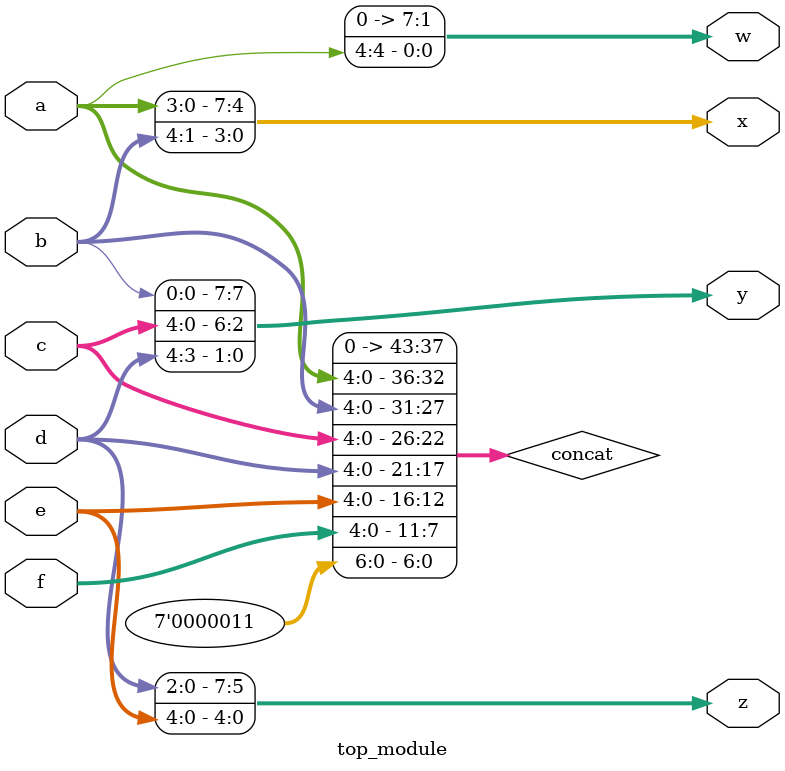
<source format=sv>
module top_module (
  input [4:0] a,
  input [4:0] b,
  input [4:0] c,
  input [4:0] d,
  input [4:0] e,
  input [4:0] f,
  output [7:0] w,
  output [7:0] x,
  output [7:0] y,
  output [7:0] z
);

  // Define the concatenation
  wire [43:0] concat;
  assign concat = {a, b, c, d, e, f, 7'b11};

  // Assign the outputs
  assign w = concat[43:36];
  assign x = concat[35:28];
  assign y = concat[27:20];
  assign z = concat[19:12];

endmodule

</source>
